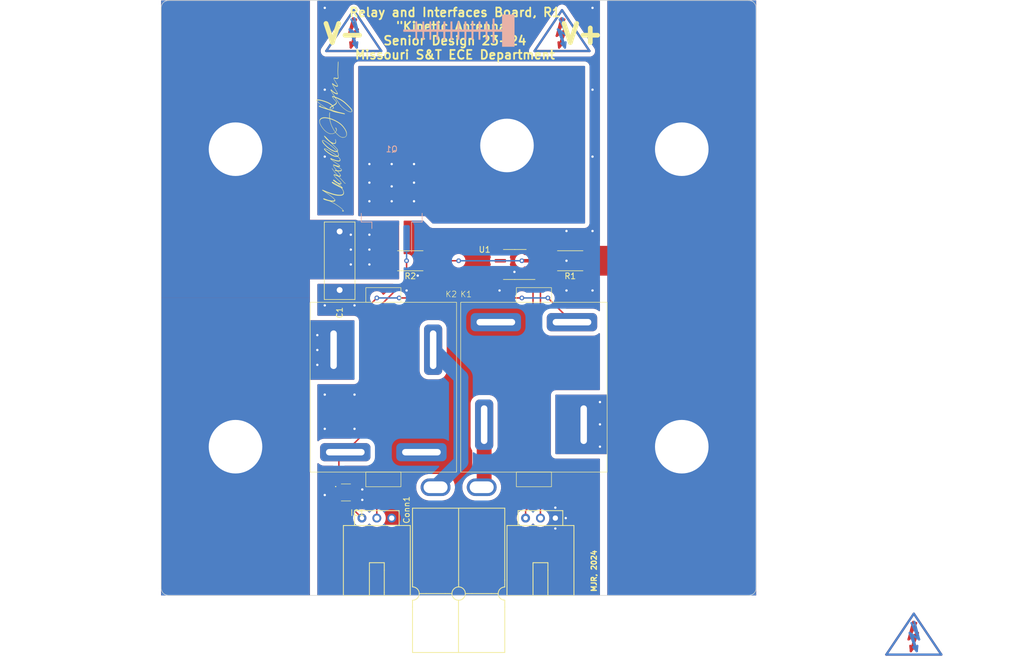
<source format=kicad_pcb>
(kicad_pcb (version 20221018) (generator pcbnew)
  (layers (0 "F.Cu" signal) (31 "B.Cu" signal) (34 "B.Paste" user) (35 "F.Paste" user) (36 "B.SilkS" user "B.Silkscreen") (37 "F.SilkS" user "F.Silkscreen") (38 "B.Mask" user) (39 "F.Mask" user) (44 "Edge.Cuts" user))
  (net 0 "")
  (net 1 "GNDPWR")
  (net 2 "GND")
  (net 3 "Net-(IC1-DRAIN)")
  (net 4 "VBUS")
  (net 5 "/RLY_V+")
  (net 6 "/RLY_V-")
  (net 7 "Net-(U1A-+)")
  (net 8 "/PWRRES")
  (net 9 "+3V3")
  (net 10 "/V_SENSE_OUT")
  (net 11 "DSCHG_IN")
  (net 12 "RLY_IN")
  (net 13 "+12V")
  (footprint "0-customs:Square_Anderson_2_H_Side_By_Side" (layer "F.Cu") (at 147.913 133.5482 90)
    (fp_text reference "Conn1" (at -4.2468 -4.403 270) (layer "F.SilkS"))
    (fp_text value "AndersonPP")
    (pad "1" thru_hole oval (at -0.3746 0.55 90) (size 3 5.1) (drill oval 2 4.1) (layers "*.Cu" "*.Mask" "F.Paste") (net 6 "/RLY_V-"))
    (pad "2" thru_hole oval (at -0.3746 8.424 90) (size 3 5.1) (drill oval 2 4.1) (layers "*.Cu" "*.Mask" "F.Paste") (net 5 "/RLY_V+"))
  )
  (footprint "0-customs:via_L2000mil_W1000mil" (layer "F.Cu") (at 114.3 76.2)
    (fp_text reference "V3" hide)
    (fp_text value "BATT_PWR_VIA" hide)
    (pad "1" thru_hole rect (at 0 0) (size 25.4 50.8) (drill 9.144) (layers "*.Cu" "*.Mask") (net 1 "GNDPWR"))
  )
  (footprint "Resistor_SMD:R_2512_6332Metric_Pad1.40x3.35mm_HandSolder" (layer "F.Cu") (at 144.145 95.25 180)
    (fp_text reference "R2" (at 0 -2.62) (layer "F.SilkS"))
    (fp_text value "5k6")
    (pad "1" smd roundrect (at -3.05 0 180) (size 1.4 3.35) (layers "F.Cu" "F.Paste" "F.Mask") (roundrect_rratio 0.1785707143) (net 7 "Net-(U1A-+)"))
    (pad "2" smd roundrect (at 3.05 0 180) (size 1.4 3.35) (layers "F.Cu" "F.Paste" "F.Mask") (roundrect_rratio 0.1785707143) (net 1 "GNDPWR"))
  )
  (footprint "0-customs:AECN11012" (layer "F.Cu") (at 177.754 102.34 -90)
    (fp_text reference "K1" (at -1.375 24.084 unlocked) (layer "F.SilkS") (effects (font (thickness 0.1))))
    (fp_text value "~" hide)
    (pad "1" thru_hole roundrect (at 3.4 19 270) (size 3.1 8.6) (drill oval 1.1 6.6) (layers "*.Cu" "*.Mask") (net 13 "+12V"))
    (pad "2" thru_hole roundrect (at 3.4 6 270) (size 3.1 8.6) (drill oval 1.1 6.6) (layers "*.Cu" "*.Mask") (net 3 "Net-(IC1-DRAIN)"))
    (pad "3" thru_hole roundrect (at 20.9 4 180) (size 3.1 8.6) (drill oval 1.1 6.6) (layers "*.Cu" "*.Mask") (net 4 "VBUS"))
    (pad "4" thru_hole roundrect (at 20.9 21) (size 3.1 8.6) (drill oval 1.1 6.6) (layers "*.Cu" "*.Mask") (net 5 "/RLY_V+"))
  )
  (footprint "Symbol:Symbol_HighVoltage_Type2_CopperTop_VerySmall" (layer "F.Cu") (at 170.053 56.642)
    (fp_text reference "REF**" hide)
    (fp_text value "Symbol_HighVoltage_Type2_CopperTop_VerySmall")
    (fp_line (start -4.699 2.794) (end 0 -4.191) (stroke (width 0.381)) (layer "F.Cu"))
    (fp_line (start -0.89916 0.20066) (end 0.29972 -0.59944) (stroke (width 0.381)) (layer "F.Cu"))
    (fp_line (start -0.89916 0.20066) (end 0.40132 -2.60096) (stroke (width 0.381)) (layer "F.Cu"))
    (fp_line (start -0.49784 2.19964) (end -0.59944 1.30048) (stroke (width 0.381)) (layer "F.Cu"))
    (fp_line (start -0.49784 2.19964) (end 0.1016 1.50114) (stroke (width 0.381)) (layer "F.Cu"))
    (fp_line (start -0.49784 2.19964) (end 0.70104 -0.89916) (stroke (width 0.381)) (layer "F.Cu"))
    (fp_line (start -0.09906 -2.79908) (end -0.89916 0.20066) (stroke (width 0.381)) (layer "F.Cu"))
    (fp_line (start 0 -4.191) (end 4.699 2.794) (stroke (width 0.381)) (layer "F.Cu"))
    (fp_line (start 0.29972 -0.59944) (end -0.49784 2.19964) (stroke (width 0.381)) (layer "F.Cu"))
    (fp_line (start 0.70104 -0.89916) (end 0.1016 -0.50038) (stroke (width 0.381)) (layer "F.Cu"))
    (fp_line (start 4.699 2.794) (end -4.699 2.794) (stroke (width 0.381)) (layer "F.Cu"))
  )
  (footprint "MRDT_Silkscreens:z_sig_MaxRyan_25x6.6mm" (layer "F.Cu") (at 131.064 74.168 90)
    (fp_text reference "G***" hide)
    (fp_text value "LOGO" hide)
  )
  (footprint "0-customs:MOLEX_SL_03_Horizontal" (layer "F.Cu") (at 168.91 139.192 180)
    (fp_text reference "Conn2" hide)
    (fp_text value "Molex_SL_03")
    (pad "1" thru_hole circle (at 0 0 180) (size 1.524 1.524) (drill 0.9) (layers "*.Cu" "*.Mask") (net 2 "GND"))
    (pad "2" thru_hole circle (at 2.54 0 180) (size 1.524 1.524) (drill 0.9) (layers "*.Cu" "*.Mask") (net 10 "/V_SENSE_OUT"))
    (pad "3" thru_hole circle (at 5.08 0 180) (size 1.524 1.524) (drill 0.762) (layers "*.Cu" "*.Mask") (net 9 "+3V3"))
  )
  (footprint "0-customs:BTS3800SL" (layer "F.Cu") (at 133.153 134.813 -90)
    (fp_text reference "IC1" (at 3.49 -1.975) (layer "F.SilkS") (effects (font (thickness 0.1524))))
    (fp_text value "BTS3800SL" hide)
    (pad "1" smd rect (at -0.95 1.2 270) (size 0.4 0.5) (layers "F.Cu" "F.Paste" "F.Mask") (net 3 "Net-(IC1-DRAIN)"))
    (pad "2" smd rect (at 0 1.2) (size 0.5 0.75) (layers "F.Cu" "F.Paste" "F.Mask") (net 2 "GND"))
    (pad "3" smd rect (at 0.95 1.2 270) (size 0.4 0.5) (layers "F.Cu" "F.Paste" "F.Mask") (net 12 "RLY_IN"))
    (pad "4" smd rect (at 0.95 -1.2 270) (size 0.4 0.5) (layers "F.Cu" "F.Paste" "F.Mask") (net 2 "GND"))
    (pad "5" smd rect (at -0.5 -1.2) (size 0.5 1.3) (layers "F.Cu" "F.Paste" "F.Mask") (net 2 "GND"))
  )
  (footprint "Symbol:Symbol_HighVoltage_Type2_CopperTop_VerySmall" (layer "F.Cu") (at 230.124 159.7025)
    (fp_text reference "REF**" hide)
    (fp_text value "Symbol_HighVoltage_Type2_CopperTop_VerySmall")
    (fp_line (start -4.699 2.794) (end 0 -4.191) (stroke (width 0.381)) (layer "F.Cu"))
    (fp_line (start -0.89916 0.20066) (end 0.29972 -0.59944) (stroke (width 0.381)) (layer "F.Cu"))
    (fp_line (start -0.89916 0.20066) (end 0.40132 -2.60096) (stroke (width 0.381)) (layer "F.Cu"))
    (fp_line (start -0.49784 2.19964) (end -0.59944 1.30048) (stroke (width 0.381)) (layer "F.Cu"))
    (fp_line (start -0.49784 2.19964) (end 0.1016 1.50114) (stroke (width 0.381)) (layer "F.Cu"))
    (fp_line (start -0.49784 2.19964) (end 0.70104 -0.89916) (stroke (width 0.381)) (layer "F.Cu"))
    (fp_line (start -0.09906 -2.79908) (end -0.89916 0.20066) (stroke (width 0.381)) (layer "F.Cu"))
    (fp_line (start 0 -4.191) (end 4.699 2.794) (stroke (width 0.381)) (layer "F.Cu"))
    (fp_line (start 0.29972 -0.59944) (end -0.49784 2.19964) (stroke (width 0.381)) (layer "F.Cu"))
    (fp_line (start 0.70104 -0.89916) (end 0.1016 -0.50038) (stroke (width 0.381)) (layer "F.Cu"))
    (fp_line (start 4.699 2.794) (end -4.699 2.794) (stroke (width 0.381)) (layer "F.Cu"))
  )
  (footprint "0-customs:via_L2000mil_W1000mil" (layer "F.Cu") (at 114.3 127)
    (fp_text reference "V5" hide)
    (fp_text value "BATT_PWR_VIA" hide)
    (pad "1" thru_hole rect (at 0 0) (size 25.4 50.8) (drill 9.144) (layers "*.Cu" "*.Mask") (net 1 "GNDPWR"))
  )
  (footprint "0-customs:via_L2000mil_W1000mil" (layer "F.Cu") (at 190.5 76.2)
    (fp_text reference "V2" hide)
    (fp_text value "BATT_PWR_VIA" hide)
    (pad "1" thru_hole rect (at 0 0) (size 25.4 50.8) (drill 9.144) (layers "*.Cu" "*.Mask") (net 4 "VBUS"))
  )
  (footprint "0-customs:MOLEX_SL_03_Horizontal" (layer "F.Cu") (at 140.97 139.192 180)
    (fp_text reference "Conn3" hide)
    (fp_text value "Molex_SL_03")
    (pad "1" thru_hole circle (at 0 0 180) (size 1.524 1.524) (drill 0.9) (layers "*.Cu" "*.Mask") (net 13 "+12V"))
    (pad "2" thru_hole circle (at 2.54 0 180) (size 1.524 1.524) (drill 0.9) (layers "*.Cu" "*.Mask") (net 11 "DSCHG_IN"))
    (pad "3" thru_hole circle (at 5.08 0 180) (size 1.524 1.524) (drill 0.762) (layers "*.Cu" "*.Mask") (net 12 "RLY_IN"))
  )
  (footprint "Package_SO:SOIC-8_3.9x4.9mm_P1.27mm" (layer "F.Cu") (at 161.99 95.885 180)
    (fp_text reference "U1" (at 5.145 2.54) (layer "F.SilkS"))
    (fp_text value "MCP6497T-E/SN")
    (pad "1" smd roundrect (at -2.475 -1.905 180) (size 1.95 0.6) (layers "F.Cu" "F.Paste" "F.Mask") (net 10 "/V_SENSE_OUT"))
    (pad "2" smd roundrect (at -2.475 -0.635 180) (size 1.95 0.6) (layers "F.Cu" "F.Paste" "F.Mask") (net 10 "/V_SENSE_OUT"))
    (pad "3" smd roundrect (at -2.475 0.635 180) (size 1.95 0.6) (layers "F.Cu" "F.Paste" "F.Mask") (net 7 "Net-(U1A-+)"))
    (pad "4" smd roundrect (at -2.475 1.905 180) (size 1.95 0.6) (layers "F.Cu" "F.Paste" "F.Mask") (net 2 "GND"))
    (pad "5" smd roundrect (at 2.475 1.905 180) (size 1.95 0.6) (layers "F.Cu" "F.Paste" "F.Mask"))
    (pad "6" smd roundrect (at 2.475 0.635 180) (size 1.95 0.6) (layers "F.Cu" "F.Paste" "F.Mask"))
    (pad "7" smd roundrect (at 2.475 -0.635 180) (size 1.95 0.6) (layers "F.Cu" "F.Paste" "F.Mask"))
    (pad "8" smd roundrect (at 2.475 -1.905 180) (size 1.95 0.6) (layers "F.Cu" "F.Paste" "F.Mask") (net 9 "+3V3"))
  )
  (footprint "0-customs:via_L2000mil_W1000mil" (layer "F.Cu") (at 190.5 127)
    (fp_text reference "V4" hide)
    (fp_text value "BATT_PWR_VIA" hide)
    (pad "1" thru_hole rect (at 0 0) (size 25.4 50.8) (drill 9.144) (layers "*.Cu" "*.Mask") (net 4 "VBUS"))
  )
  (footprint "Symbol:Symbol_HighVoltage_Type2_CopperTop_VerySmall" (layer "F.Cu") (at 134.493 56.642)
    (fp_text reference "REF**" hide)
    (fp_text value "Symbol_HighVoltage_Type2_CopperTop_VerySmall")
    (fp_line (start -4.699 2.794) (end 0 -4.191) (stroke (width 0.381)) (layer "F.Cu"))
    (fp_line (start -0.89916 0.20066) (end 0.29972 -0.59944) (stroke (width 0.381)) (layer "F.Cu"))
    (fp_line (start -0.89916 0.20066) (end 0.40132 -2.60096) (stroke (width 0.381)) (layer "F.Cu"))
    (fp_line (start -0.49784 2.19964) (end -0.59944 1.30048) (stroke (width 0.381)) (layer "F.Cu"))
    (fp_line (start -0.49784 2.19964) (end 0.1016 1.50114) (stroke (width 0.381)) (layer "F.Cu"))
    (fp_line (start -0.49784 2.19964) (end 0.70104 -0.89916) (stroke (width 0.381)) (layer "F.Cu"))
    (fp_line (start -0.09906 -2.79908) (end -0.89916 0.20066) (stroke (width 0.381)) (layer "F.Cu"))
    (fp_line (start 0 -4.191) (end 4.699 2.794) (stroke (width 0.381)) (layer "F.Cu"))
    (fp_line (start 0.29972 -0.59944) (end -0.49784 2.19964) (stroke (width 0.381)) (layer "F.Cu"))
    (fp_line (start 0.70104 -0.89916) (end 0.1016 -0.50038) (stroke (width 0.381)) (layer "F.Cu"))
    (fp_line (start 4.699 2.794) (end -4.699 2.794) (stroke (width 0.381)) (layer "F.Cu"))
  )
  (footprint "0-customs:AECN11012" (layer "F.Cu") (at 127.046 131.34 90)
    (fp_text reference "K2" (at 30.375 24.084 unlocked) (layer "F.SilkS") (effects (font (thickness 0.1))))
    (fp_text value "~" hide)
    (pad "1" thru_hole roundrect (at 3.4 19 90) (size 3.1 8.6) (drill oval 1.1 6.6) (layers "*.Cu" "*.Mask") (net 13 "+12V"))
    (pad "2" thru_hole roundrect (at 3.4 6 90) (size 3.1 8.6) (drill oval 1.1 6.6) (layers "*.Cu" "*.Mask") (net 3 "Net-(IC1-DRAIN)"))
    (pad "3" thru_hole roundrect (at 20.9 4) (size 3.1 8.6) (drill oval 1.1 6.6) (layers "*.Cu" "*.Mask") (net 1 "GNDPWR"))
    (pad "4" thru_hole roundrect (at 20.9 21 180) (size 3.1 8.6) (drill oval 1.1 6.6) (layers "*.Cu" "*.Mask") (net 6 "/RLY_V-"))
  )
  (footprint "Resistor_SMD:R_2512_6332Metric_Pad1.40x3.35mm_HandSolder" (layer "F.Cu") (at 171.45 95.25 180)
    (fp_text reference "R1" (at 0 -2.62 180) (layer "F.SilkS"))
    (fp_text value "650k")
    (pad "1" smd roundrect (at -3.05 0 180) (size 1.4 3.35) (layers "F.Cu" "F.Paste" "F.Mask") (roundrect_rratio 0.1785707143) (net 4 "VBUS"))
    (pad "2" smd roundrect (at 3.05 0 180) (size 1.4 3.35) (layers "F.Cu" "F.Paste" "F.Mask") (roundrect_rratio 0.1785707143) (net 7 "Net-(U1A-+)"))
  )
  (footprint "0-customs:roberto" (layer "F.Cu") (at 132.08 112.9645)
    (fp_text reference "REF**" hide)
    (fp_text value "roberto" hide)
    (fp_line (start -1.016 5.207) (end -0.762 4.953) (stroke (width 0.254)) (layer "F.Cu"))
    (fp_line (start -1.016 5.207) (end 1.016 5.207) (stroke (width 0.254)) (layer "F.Cu"))
    (fp_line (start -1.016 7.62) (end -1.016 6.35) (stroke (width 0.762)) (layer "F.Cu"))
    (fp_line (start -1.016 7.62) (end 0 7.62) (stroke (width 0.762)) (layer "F.Cu"))
    (fp_line (start -0.762 4.953) (end 0.762 4.953) (stroke (width 0.254)) (layer "F.Cu"))
    (fp_line (start 0 7.62) (end 1.016 7.62) (stroke (width 0.762)) (layer "F.Cu"))
    (fp_line (start 0 10.16) (end 0 5.08) (stroke (width 0.762)) (layer "F.Cu"))
    (fp_line (start 0.762 4.953) (end 1.016 5.207) (stroke (width 0.254)) (layer "F.Cu"))
    (fp_line (start 1.016 7.62) (end 1.016 6.858) (stroke (width 0.762)) (layer "F.Cu"))
  )
  (footprint "0-customs:via_L1000mil_W1000mil" (layer "F.Cu") (at 160.655 75.565)
    (fp_text reference "V1" hide)
    (fp_text value "BATT_PWR_VIA" hide)
    (pad "1" thru_hole rect (at 0 0) (size 25.4 25.4) (drill 9.144) (layers "*.Cu" "*.Mask") (net 8 "/PWRRES"))
  )
  (footprint "Capacitor_THT:C_Rect_L13.0mm_W5.0mm_P10.00mm_FKS3_FKP3_MKS4" (layer "F.Cu") (at 132.08 90.25 -90)
    (fp_text reference "C1" (at 13.89 0 90) (layer "F.SilkS"))
    (fp_text value "4.7n")
    (pad "1" thru_hole circle (at 0 0 270) (size 2 2) (drill 1) (layers "*.Cu" "*.Mask") (net 1 "GNDPWR"))
    (pad "2" thru_hole circle (at 10 0 270) (size 2 2) (drill 1) (layers "*.Cu" "*.Mask") (net 2 "GND"))
  )
  (footprint "MRDT_Silkscreens:yagi" (layer "B.Cu") (at 152.4 55.88 180)
    (fp_text reference "G***" hide)
    (fp_text value "LOGO" hide)
  )
  (footprint "Symbol:Symbol_HighVoltage_Type2_CopperTop_VerySmall" (layer "B.Cu") (at 170.053 56.642 180)
    (fp_text reference "REF**" hide)
    (fp_text value "Symbol_HighVoltage_Type2_CopperTop_VerySmall")
    (fp_line (start -4.699 -2.794) (end 0 4.191) (stroke (width 0.381)) (layer "B.Cu"))
    (fp_line (start -0.89916 -0.20066) (end 0.29972 0.59944) (stroke (width 0.381)) (layer "B.Cu"))
    (fp_line (start -0.89916 -0.20066) (end 0.40132 2.60096) (stroke (width 0.381)) (layer "B.Cu"))
    (fp_line (start -0.49784 -2.19964) (end -0.59944 -1.30048) (stroke (width 0.381)) (layer "B.Cu"))
    (fp_line (start -0.49784 -2.19964) (end 0.1016 -1.50114) (stroke (width 0.381)) (layer "B.Cu"))
    (fp_line (start -0.49784 -2.19964) (end 0.70104 0.89916) (stroke (width 0.381)) (layer "B.Cu"))
    (fp_line (start -0.09906 2.79908) (end -0.89916 -0.20066) (stroke (width 0.381)) (layer "B.Cu"))
    (fp_line (start 0 4.191) (end 4.699 -2.794) (stroke (width 0.381)) (layer "B.Cu"))
    (fp_line (start 0.29972 0.59944) (end -0.49784 -2.19964) (stroke (width 0.381)) (layer "B.Cu"))
    (fp_line (start 0.70104 0.89916) (end 0.1016 0.50038) (stroke (width 0.381)) (layer "B.Cu"))
    (fp_line (start 4.699 -2.794) (end -4.699 -2.794) (stroke (width 0.381)) (layer "B.Cu"))
  )
  (footprint "Symbol:Symbol_HighVoltage_Type2_CopperTop_VerySmall" (layer "B.Cu") (at 230.124 159.7025 180)
    (fp_text reference "REF**" hide)
    (fp_text value "Symbol_HighVoltage_Type2_CopperTop_VerySmall")
    (fp_line (start -4.699 -2.794) (end 0 4.191) (stroke (width 0.381)) (layer "B.Cu"))
    (fp_line (start -0.89916 -0.20066) (end 0.29972 0.59944) (stroke (width 0.381)) (layer "B.Cu"))
    (fp_line (start -0.89916 -0.20066) (end 0.40132 2.60096) (stroke (width 0.381)) (layer "B.Cu"))
    (fp_line (start -0.49784 -2.19964) (end -0.59944 -1.30048) (stroke (width 0.381)) (layer "B.Cu"))
    (fp_line (start -0.49784 -2.19964) (end 0.1016 -1.50114) (stroke (width 0.381)) (layer "B.Cu"))
    (fp_line (start -0.49784 -2.19964) (end 0.70104 0.89916) (stroke (width 0.381)) (layer "B.Cu"))
    (fp_line (start -0.09906 2.79908) (end -0.89916 -0.20066) (stroke (width 0.381)) (layer "B.Cu"))
    (fp_line (start 0 4.191) (end 4.699 -2.794) (stroke (width 0.381)) (layer "B.Cu"))
    (fp_line (start 0.29972 0.59944) (end -0.49784 -2.19964) (stroke (width 0.381)) (layer "B.Cu"))
    (fp_line (start 0.70104 0.89916) (end 0.1016 0.50038) (stroke (width 0.381)) (layer "B.Cu"))
    (fp_line (start 4.699 -2.794) (end -4.699 -2.794) (stroke (width 0.381)) (layer "B.Cu"))
  )
  (footprint "Symbol:Symbol_HighVoltage_Type2_CopperTop_VerySmall" (layer "B.Cu") (at 134.493 56.642 180)
    (fp_text reference "REF**" hide)
    (fp_text value "Symbol_HighVoltage_Type2_CopperTop_VerySmall")
    (fp_line (start -4.699 -2.794) (end 0 4.191) (stroke (width 0.381)) (layer "B.Cu"))
    (fp_line (start -0.89916 -0.20066) (end 0.29972 0.59944) (stroke (width 0.381)) (layer "B.Cu"))
    (fp_line (start -0.89916 -0.20066) (end 0.40132 2.60096) (stroke (width 0.381)) (layer "B.Cu"))
    (fp_line (start -0.49784 -2.19964) (end -0.59944 -1.30048) (stroke (width 0.381)) (layer "B.Cu"))
    (fp_line (start -0.49784 -2.19964) (end 0.1016 -1.50114) (stroke (width 0.381)) (layer "B.Cu"))
    (fp_line (start -0.49784 -2.19964) (end 0.70104 0.89916) (stroke (width 0.381)) (layer "B.Cu"))
    (fp_line (start -0.09906 2.79908) (end -0.89916 -0.20066) (stroke (width 0.381)) (layer "B.Cu"))
    (fp_line (start 0 4.191) (end 4.699 -2.794) (stroke (width 0.381)) (layer "B.Cu"))
    (fp_line (start 0.29972 0.59944) (end -0.49784 -2.19964) (stroke (width 0.381)) (layer "B.Cu"))
    (fp_line (start 0.70104 0.89916) (end 0.1016 0.50038) (stroke (width 0.381)) (layer "B.Cu"))
    (fp_line (start 4.699 -2.794) (end -4.699 -2.794) (stroke (width 0.381)) (layer "B.Cu"))
  )
  (footprint "Package_TO_SOT_SMD:TO-263-2" (layer "B.Cu") (at 140.97 83.82 90)
    (fp_text reference "Q1" (at 7.62 0) (layer "B.SilkS") (effects (justify mirror)))
    (fp_text value "IRF740ASPBF")
    (pad "1" smd roundrect (at -7.65 2.54 90) (size 4.6 1.1) (layers "B.Cu" "B.Paste" "B.Mask") (roundrect_rratio 0.2272727273) (net 11 "DSCHG_IN"))
    (pad "2" smd roundrect (at -0.925 -2.775 90) (size 4.55 5.25) (layers "B.Cu" "B.Paste") (roundrect_rratio 0.05494505495) (net 8 "/PWRRES"))
    (pad "2" smd roundrect (at -0.925 2.775 90) (size 4.55 5.25) (layers "B.Cu" "B.Paste") (roundrect_rratio 0.05494505495) (net 8 "/PWRRES"))
    (pad "2" smd roundrect (at 1.5 0 90) (size 9.4 10.8) (layers "B.Cu" "B.Mask") (roundrect_rratio 0.02659595745) (net 8 "/PWRRES"))
    (pad "2" smd roundrect (at 3.925 -2.775 90) (size 4.55 5.25) (layers "B.Cu" "B.Paste") (roundrect_rratio 0.05494505495) (net 8 "/PWRRES"))
    (pad "2" smd roundrect (at 3.925 2.775 90) (size 4.55 5.25) (layers "B.Cu" "B.Paste") (roundrect_rratio 0.05494505495) (net 8 "/PWRRES"))
    (pad "3" smd roundrect (at -7.65 -2.54 90) (size 4.6 1.1) (layers "B.Cu" "B.Paste" "B.Mask") (roundrect_rratio 0.2272727273) (net 1 "GNDPWR"))
  )
  (gr_line (start 101.6 52.07) (end 101.6 151.13) (stroke (width 0.1)) (layer "Edge.Cuts"))
  (gr_line (start 102.87 152.4) (end 201.93 152.4) (stroke (width 0.1)) (layer "Edge.Cuts"))
  (gr_arc (start 102.87 152.4) (mid 101.971974 152.028026) (end 101.6 151.13) (stroke (width 0.1)) (layer "Edge.Cuts"))
  (gr_line (start 102.87 50.8) (end 201.93 50.8) (stroke (width 0.1)) (layer "Edge.Cuts"))
  (gr_arc (start 203.2 151.13) (mid 202.828026 152.028026) (end 201.93 152.4) (stroke (width 0.1)) (layer "Edge.Cuts"))
  (gr_line (start 203.2 151.13) (end 203.2 52.07) (stroke (width 0.1)) (layer "Edge.Cuts"))
  (gr_arc (start 201.93 50.8) (mid 202.828026 51.171974) (end 203.2 52.07) (stroke (width 0.1)) (layer "Edge.Cuts"))
  (gr_arc (start 101.6 52.07) (mid 101.971974 51.171974) (end 102.87 50.8) (stroke (width 0.1)) (layer "Edge.Cuts"))
  (gr_text "MJR, 2024" (at 175.514 151.892 90) (layer "F.SilkS") (effects (font (size 0.889 0.889) (thickness 0.22225) bold) (justify left)))
  (gr_text "Relay and Interfaces Board, R1\n{dblquote}Kinetic Antenna{dblquote}\nSenior Design 23-24\nMissouri S&T ECE Department" (at 151.765 60.96) (layer "F.SilkS") (effects (font (size 1.5 1.5) (thickness 0.3) bold) (justify bottom)))
  (gr_text "V-" (at 128.905 58.42) (layer "F.SilkS") (effects (font (size 3.2512 3.2512) (thickness 0.8128) bold) (justify left bottom)))
  (gr_text "V+" (at 169.545 58.42) (layer "F.SilkS") (effects (font (size 3.2512 3.2512) (thickness 0.8128) bold) (justify left bottom)))
  (via (at 137.16 93.345) (size 0.8) (drill 0.4) (layers "F.Cu" "B.Cu") (net 1))
  (via (at 133.985 95.885) (size 0.8) (drill 0.4) (layers "F.Cu" "B.Cu") (net 1))
  (via (at 133.985 90.805) (size 0.8) (drill 0.4) (layers "F.Cu" "B.Cu") (net 1))
  (via (at 137.16 90.805) (size 0.8) (drill 0.4) (layers "F.Cu" "B.Cu") (net 1))
  (via (at 133.985 93.345) (size 0.8) (drill 0.4) (layers "F.Cu" "B.Cu") (net 1))
  (via (at 128.27 113.03) (size 0.8) (drill 0.4) (layers "F.Cu" "B.Cu") (net 1))
  (via (at 137.16 95.885) (size 0.8) (drill 0.4) (layers "F.Cu" "B.Cu") (net 1))
  (via (at 128.27 107.95) (size 0.8) (drill 0.4) (layers "F.Cu" "B.Cu") (net 1))
  (via (at 128.27 110.49) (size 0.8) (drill 0.4) (layers "F.Cu" "B.Cu") (net 1))
  (segment (start 135.939 134.313) (end 135.947 134.305) (width 0.254) (layer "F.Cu") (net 2))
  (segment (start 131.953 134.813) (end 129.982 134.813) (width 0.254) (layer "F.Cu") (net 2))
  (segment (start 134.353 135.763) (end 135.627 135.763) (width 0.254) (layer "F.Cu") (net 2))
  (segment (start 129.982 134.813) (end 129.54 135.255) (width 0.254) (layer "F.Cu") (net 2))
  (segment (start 134.353 134.313) (end 135.939 134.313) (width 0.254) (layer "F.Cu") (net 2))
  (segment (start 135.627 135.763) (end 135.947 136.083) (width 0.254) (layer "F.Cu") (net 2))
  (via (at 134.62 118.11) (size 0.8) (drill 0.4) (layers "F.Cu" "B.Cu") (net 2))
  (via (at 168.91 137.414) (size 0.8) (drill 0.4) (layers "F.Cu" "B.Cu") (net 2))
  (via (at 134.62 123.952) (size 0.8) (drill 0.4) (layers "F.Cu" "B.Cu") (net 2))
  (via (at 175.26 100.33) (size 0.8) (drill 0.4) (layers "F.Cu" "B.Cu") (net 2))
  (via (at 175.26 90.17) (size 0.8) (drill 0.4) (layers "F.Cu" "B.Cu") (net 2))
  (via (at 161.925 97.155) (size 0.8) (drill 0.4) (layers "F.Cu" "B.Cu") (net 2))
  (via (at 129.54 66.04) (size 0.8) (drill 0.4) (layers "F.Cu" "B.Cu") (net 2))
  (via (at 135.947 136.083) (size 0.8) (drill 0.4) (layers "F.Cu" "B.Cu") (net 2))
  (via (at 129.54 135.255) (size 0.8) (drill 0.4) (layers "F.Cu" "B.Cu") (net 2))
  (via (at 145.415 97.79) (size 0.8) (drill 0.4) (layers "F.Cu" "B.Cu") (net 2))
  (via (at 170.815 90.17) (size 0.8) (drill 0.4) (layers "F.Cu" "B.Cu") (net 2))
  (via (at 129.54 77.47) (size 0.8) (drill 0.4) (layers "F.Cu" "B.Cu") (net 2))
  (via (at 129.54 118.11) (size 0.8) (drill 0.4) (layers "F.Cu" "B.Cu") (net 2))
  (via (at 175.26 52.07) (size 0.8) (drill 0.4) (layers "F.Cu" "B.Cu") (net 2))
  (via (at 129.54 123.952) (size 0.8) (drill 0.4) (layers "F.Cu" "B.Cu") (net 2))
  (via (at 170.815 100.33) (size 0.8) (drill 0.4) (layers "F.Cu" "B.Cu") (net 2))
  (via (at 134.62 102.87) (size 0.8) (drill 0.4) (layers "F.Cu" "B.Cu") (net 2))
  (via (at 159.385 100.33) (size 0.8) (drill 0.4) (layers "F.Cu" "B.Cu") (net 2))
  (via (at 170.815 95.25) (size 0.8) (drill 0.4) (layers "F.Cu" "B.Cu") (net 2))
  (via (at 143.51 100.33) (size 0.8) (drill 0.4) (layers "F.Cu" "B.Cu") (net 2))
  (via (at 129.54 52.07) (size 0.8) (drill 0.4) (layers "F.Cu" "B.Cu") (net 2))
  (via (at 175.26 77.47) (size 0.8) (drill 0.4) (layers "F.Cu" "B.Cu") (net 2))
  (via (at 170.688 139.192) (size 0.8) (drill 0.4) (layers "F.Cu" "B.Cu") (net 2))
  (via (at 168.91 140.97) (size 0.8) (drill 0.4) (layers "F.Cu" "B.Cu") (net 2))
  (via (at 135.947 134.305) (size 0.8) (drill 0.4) (layers "F.Cu" "B.Cu") (net 2))
  (via (at 129.54 102.87) (size 0.8) (drill 0.4) (layers "F.Cu" "B.Cu") (net 2))
  (via (at 175.26 66.04) (size 0.8) (drill 0.4) (layers "F.Cu" "B.Cu") (net 2))
  (segment (start 137.16 123.826) (end 137.16 123.825) (width 0.254) (layer "F.Cu") (net 3))
  (segment (start 171.754 105.714) (end 171.754 105.74) (width 0.254) (layer "F.Cu") (net 3))
  (segment (start 137.16 102.87) (end 138.43 101.6) (width 0.254) (layer "F.Cu") (net 3))
  (segment (start 142.24 101.6) (end 163.195 101.6) (width 0.254) (layer "F.Cu") (net 3))
  (segment (start 137.16 123.825) (end 137.16 122.555) (width 0.254) (layer "F.Cu") (net 3))
  (segment (start 133.046 127.94) (end 137.16 123.826) (width 0.254) (layer "F.Cu") (net 3))
  (segment (start 131.953 129.033) (end 133.046 127.94) (width 0.254) (layer "F.Cu") (net 3))
  (segment (start 167.64 101.6) (end 171.754 105.714) (width 0.254) (layer "F.Cu") (net 3))
  (segment (start 131.953 133.863) (end 131.953 129.033) (width 0.254) (layer "F.Cu") (net 3))
  (segment (start 137.16 122.555) (end 137.16 102.87) (width 0.254) (layer "F.Cu") (net 3))
  (via (at 163.195 101.6) (size 0.8) (drill 0.4) (layers "F.Cu" "B.Cu") (net 3))
  (via (at 138.43 101.6) (size 0.8) (drill 0.4) (layers "F.Cu" "B.Cu") (net 3))
  (via (at 142.24 101.6) (size 0.8) (drill 0.4) (layers "F.Cu" "B.Cu") (net 3))
  (via (at 167.64 101.6) (size 0.8) (drill 0.4) (layers "F.Cu" "B.Cu") (net 3))
  (segment (start 133.985 128.879) (end 133.046 127.94) (width 0.254) (layer "B.Cu") (net 3))
  (segment (start 163.195 101.6) (end 167.64 101.6) (width 0.254) (layer "B.Cu") (net 3))
  (segment (start 138.43 101.6) (end 142.24 101.6) (width 0.254) (layer "B.Cu") (net 3))
  (via (at 176.53 123.19) (size 0.8) (drill 0.4) (layers "F.Cu" "B.Cu") (net 4))
  (via (at 176.53 127) (size 0.8) (drill 0.4) (layers "F.Cu" "B.Cu") (net 4))
  (via (at 176.53 119.38) (size 0.8) (drill 0.4) (layers "F.Cu" "B.Cu") (net 4))
  (segment (start 156.754 133.5058) (end 156.337 133.9228) (width 2.54) (layer "F.Cu") (net 5))
  (segment (start 156.754 123.24) (end 156.754 133.5058) (width 2.54) (layer "F.Cu") (net 5))
  (segment (start 148.046 110.44) (end 152.781 115.175) (width 2.54) (layer "B.Cu") (net 6))
  (segment (start 152.781 129.6048) (end 148.463 133.9228) (width 2.54) (layer "B.Cu") (net 6))
  (segment (start 152.781 115.175) (end 152.781 129.6048) (width 2.54) (layer "B.Cu") (net 6))
  (segment (start 163.195 95.25) (end 168.4 95.25) (width 0.254) (layer "F.Cu") (net 7))
  (segment (start 152.4 95.25) (end 147.195 95.25) (width 0.254) (layer "F.Cu") (net 7))
  (via (at 152.4 95.25) (size 0.8) (drill 0.4) (layers "F.Cu" "B.Cu") (net 7))
  (via (at 163.195 95.25) (size 0.8) (drill 0.4) (layers "F.Cu" "B.Cu") (net 7))
  (segment (start 163.195 95.25) (end 152.4 95.25) (width 0.254) (layer "B.Cu") (net 7))
  (via (at 140.97 78.74) (size 0.8) (drill 0.4) (layers "F.Cu" "B.Cu") (net 8))
  (via (at 140.97 85.09) (size 0.8) (drill 0.4) (layers "F.Cu" "B.Cu") (net 8))
  (via (at 144.78 81.915) (size 0.8) (drill 0.4) (layers "F.Cu" "B.Cu") (net 8))
  (via (at 137.16 81.915) (size 0.8) (drill 0.4) (layers "F.Cu" "B.Cu") (net 8))
  (via (at 140.97 82.55) (size 0.8) (drill 0.4) (layers "F.Cu" "B.Cu") (net 8))
  (via (at 137.16 85.09) (size 0.8) (drill 0.4) (layers "F.Cu" "B.Cu") (net 8))
  (via (at 144.78 85.09) (size 0.8) (drill 0.4) (layers "F.Cu" "B.Cu") (net 8))
  (via (at 144.78 78.74) (size 0.8) (drill 0.4) (layers "F.Cu" "B.Cu") (net 8))
  (via (at 137.16 78.74) (size 0.8) (drill 0.4) (layers "F.Cu" "B.Cu") (net 8))
  (segment (start 159.515 97.79) (end 159.515 98.301) (width 0.25) (layer "F.Cu") (net 9))
  (segment (start 160.274 99.06) (end 163.83 99.06) (width 0.25) (layer "F.Cu") (net 9))
  (segment (start 159.515 98.301) (end 160.274 99.06) (width 0.25) (layer "F.Cu") (net 9))
  (segment (start 165.1 136.652) (end 163.83 137.922) (width 0.25) (layer "F.Cu") (net 9))
  (segment (start 165.1 100.33) (end 165.1 136.652) (width 0.25) (layer "F.Cu") (net 9))
  (segment (start 163.83 99.06) (end 165.1 100.33) (width 0.25) (layer "F.Cu") (net 9))
  (segment (start 163.83 137.922) (end 163.83 139.192) (width 0.25) (layer "F.Cu") (net 9))
  (segment (start 164.465 96.52) (end 164.465 97.79) (width 0.254) (layer "F.Cu") (net 10))
  (segment (start 166.37 99.695) (end 164.465 97.79) (width 0.254) (layer "F.Cu") (net 10))
  (segment (start 166.37 139.192) (end 166.37 99.695) (width 0.254) (layer "F.Cu") (net 10))
  (segment (start 138.43 103.505) (end 138.43 139.192) (width 0.254) (layer "F.Cu") (net 11))
  (segment (start 143.51 95.25) (end 143.51 98.425) (width 0.254) (layer "F.Cu") (net 11))
  (segment (start 143.51 98.425) (end 138.43 103.505) (width 0.254) (layer "F.Cu") (net 11))
  (via (at 143.51 95.25) (size 0.8) (drill 0.4) (layers "F.Cu" "B.Cu") (net 11))
  (segment (start 143.51 95.25) (end 143.51 91.47) (width 0.25) (layer "B.Cu") (net 11))
  (segment (start 132.461 135.763) (end 135.89 139.192) (width 0.254) (layer "F.Cu") (net 12))
  (segment (start 131.953 135.763) (end 132.461 135.763) (width 0.254) (layer "F.Cu") (net 12))
  (zone (net 4) (net_name "VBUS") (layer "F.Cu") (priority 6) (connect_pads yes (clearance 0.762)) (min_thickness 0.25) (fill yes (thermal_gap 0.5) (thermal_bridge_width 0.5))
    (polygon (pts (xy 172.72 97.79) (xy 172.72 92.71) (xy 180.975 92.71) (xy 180.975 97.79)))
  )
  (zone (net 1) (net_name "GNDPWR") (layer "F.Cu") (priority 2) (connect_pads yes (clearance 0.508)) (min_thickness 0.25) (fill yes (thermal_gap 0.5) (thermal_bridge_width 0.5))
    (polygon (pts (xy 101.6 152.4) (xy 127 152.4) (xy 127 50.8) (xy 101.6 50.8)))
  )
  (zone (net 2) (net_name "GND") (layer "F.Cu") (connect_pads yes (clearance 0.762)) (min_thickness 0.25) (fill yes (thermal_gap 0.5) (thermal_bridge_width 0.5))
    (polygon (pts (xy 128.27 152.527) (xy 176.53 152.527) (xy 176.53 50.8) (xy 128.27 50.8)))
  )
  (zone (net 13) (net_name "+12V") (layer "F.Cu") (priority 1) (connect_pads yes (clearance 0.762)) (min_thickness 0.25) (fill yes (thermal_gap 0.5) (thermal_bridge_width 0.5))
    (polygon (pts (xy 164.465 103.124) (xy 139.7 103.124) (xy 139.7 140.335) (xy 164.465 140.335)))
  )
  (zone (net 4) (net_name "VBUS") (layers "F&B.Cu") (priority 1) (connect_pads yes (clearance 0.762)) (min_thickness 0.25) (fill yes (thermal_gap 0.5) (thermal_bridge_width 0.5))
    (polygon (pts (xy 168.91 128.27) (xy 168.91 118.11) (xy 182.88 118.11) (xy 182.88 128.27) (xy 170.18 128.27)))
  )
  (zone (net 4) (net_name "VBUS") (layers "F&B.Cu") (priority 5) (connect_pads yes (clearance 0.508)) (min_thickness 0.25) (fill yes (thermal_gap 0.5) (thermal_bridge_width 0.5))
    (polygon (pts (xy 177.8 152.4) (xy 203.2 152.4) (xy 203.2 50.8) (xy 177.8 50.8)))
  )
  (zone (net 1) (net_name "GNDPWR") (layers "F&B.Cu") (priority 1) (connect_pads yes (clearance 0.762)) (min_thickness 0.25) (fill yes (thermal_gap 0.5) (thermal_bridge_width 0.5))
    (polygon (pts (xy 134.62 105.41) (xy 134.62 115.57) (xy 120.65 115.57) (xy 120.65 105.41) (xy 133.35 105.41)))
  )
  (zone (net 8) (net_name "/PWRRES") (layers "F&B.Cu") (priority 7) (connect_pads yes (clearance 0.762)) (min_thickness 0.25) (fill yes (thermal_gap 0.5) (thermal_bridge_width 0.5))
    (polygon (pts (xy 135.255 61.976) (xy 173.99 61.976) (xy 173.99 88.9) (xy 147.955 88.9) (xy 146.685 87.63) (xy 135.255 87.63)))
  )
  (zone (net 1) (net_name "GNDPWR") (layers "F&B.Cu") (priority 4) (connect_pads yes (clearance 0.762)) (min_thickness 0.25) (fill yes (thermal_gap 0.5) (thermal_bridge_width 0.5))
    (polygon (pts (xy 142.24 88.265) (xy 142.24 98.425) (xy 120.65 98.425) (xy 120.65 88.265)))
  )
  (zone (net 2) (net_name "GND") (layer "B.Cu") (connect_pads yes (clearance 0.762)) (min_thickness 0.25) (fill yes (thermal_gap 0.5) (thermal_bridge_width 0.5))
    (polygon (pts (xy 128.27 152.4) (xy 176.53 152.4) (xy 176.53 50.8) (xy 128.27 50.8)))
  )
)
</source>
